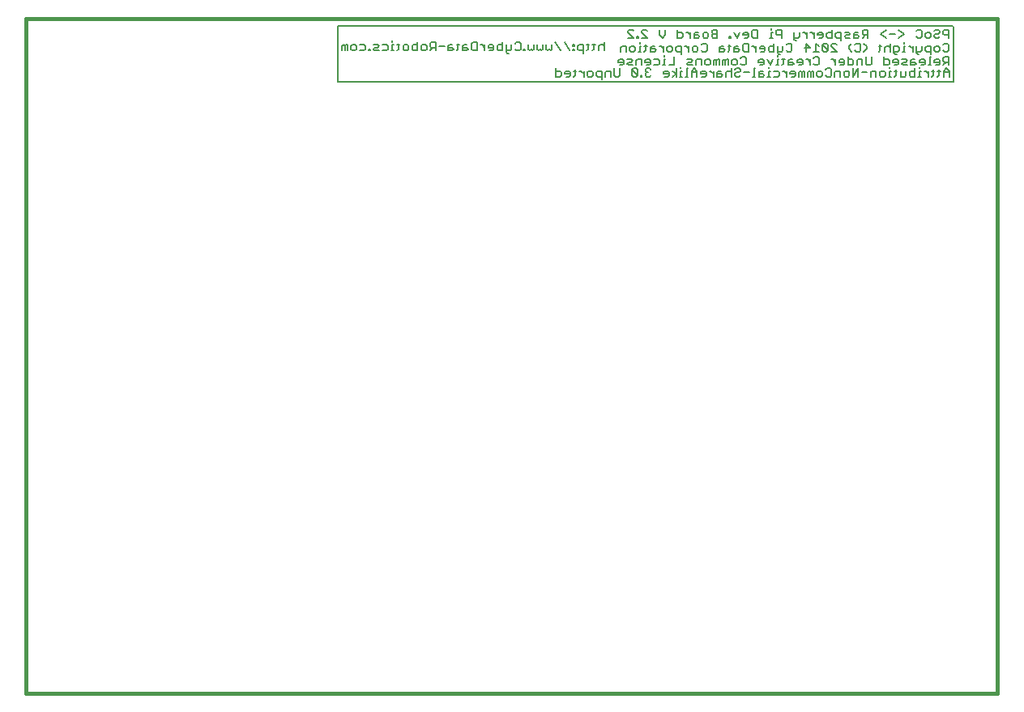
<source format=gbo>
G75*
%MOIN*%
%OFA0B0*%
%FSLAX24Y24*%
%IPPOS*%
%LPD*%
%AMOC8*
5,1,8,0,0,1.08239X$1,22.5*
%
%ADD10C,0.0160*%
%ADD11C,0.0060*%
%ADD12C,0.0080*%
D10*
X000180Y000474D02*
X000180Y028229D01*
X040141Y028229D01*
X040141Y000474D01*
X000180Y000474D01*
D11*
X023851Y025730D02*
X023851Y026071D01*
X023681Y026071D01*
X023625Y026014D01*
X023625Y025901D01*
X023681Y025844D01*
X023851Y025844D01*
X023993Y025844D02*
X023993Y026014D01*
X024050Y026071D01*
X024220Y026071D01*
X024220Y025844D01*
X024361Y025901D02*
X024361Y026184D01*
X024588Y026184D02*
X024588Y025901D01*
X024531Y025844D01*
X024418Y025844D01*
X024361Y025901D01*
X024588Y026319D02*
X024701Y026319D01*
X024758Y026376D01*
X024758Y026489D01*
X024701Y026546D01*
X024588Y026546D01*
X024531Y026489D01*
X024531Y026432D01*
X024758Y026432D01*
X024899Y026376D02*
X024956Y026432D01*
X025069Y026432D01*
X025126Y026489D01*
X025069Y026546D01*
X024899Y026546D01*
X024899Y026376D02*
X024956Y026319D01*
X025126Y026319D01*
X025155Y026184D02*
X025098Y026127D01*
X025325Y025901D01*
X025268Y025844D01*
X025155Y025844D01*
X025098Y025901D01*
X025098Y026127D01*
X025155Y026184D02*
X025268Y026184D01*
X025325Y026127D01*
X025325Y025901D01*
X025452Y025901D02*
X025452Y025844D01*
X025509Y025844D01*
X025509Y025901D01*
X025452Y025901D01*
X025650Y025901D02*
X025707Y025844D01*
X025820Y025844D01*
X025877Y025901D01*
X025764Y026014D02*
X025707Y026014D01*
X025650Y025957D01*
X025650Y025901D01*
X025707Y026014D02*
X025650Y026071D01*
X025650Y026127D01*
X025707Y026184D01*
X025820Y026184D01*
X025877Y026127D01*
X025806Y026319D02*
X025863Y026376D01*
X025863Y026489D01*
X025806Y026546D01*
X025693Y026546D01*
X025636Y026489D01*
X025636Y026432D01*
X025863Y026432D01*
X025806Y026319D02*
X025693Y026319D01*
X025495Y026319D02*
X025495Y026546D01*
X025324Y026546D01*
X025268Y026489D01*
X025268Y026319D01*
X025178Y026871D02*
X025064Y026871D01*
X025008Y026928D01*
X025008Y027042D01*
X025064Y027098D01*
X025178Y027098D01*
X025235Y027042D01*
X025235Y026928D01*
X025178Y026871D01*
X025367Y026871D02*
X025480Y026871D01*
X025423Y026871D02*
X025423Y027098D01*
X025480Y027098D01*
X025423Y027212D02*
X025423Y027268D01*
X025357Y027436D02*
X025301Y027436D01*
X025301Y027493D01*
X025357Y027493D01*
X025357Y027436D01*
X025499Y027436D02*
X025726Y027436D01*
X025499Y027663D01*
X025499Y027719D01*
X025556Y027776D01*
X025669Y027776D01*
X025726Y027719D01*
X026235Y027776D02*
X026235Y027549D01*
X026349Y027436D01*
X026462Y027549D01*
X026462Y027776D01*
X026972Y027776D02*
X026972Y027436D01*
X027142Y027436D01*
X027199Y027493D01*
X027199Y027606D01*
X027142Y027663D01*
X026972Y027663D01*
X027336Y027663D02*
X027392Y027663D01*
X027506Y027549D01*
X027506Y027436D02*
X027506Y027663D01*
X027647Y027606D02*
X027647Y027436D01*
X027817Y027436D01*
X027874Y027493D01*
X027817Y027549D01*
X027647Y027549D01*
X027647Y027606D02*
X027704Y027663D01*
X027817Y027663D01*
X028016Y027606D02*
X028072Y027663D01*
X028186Y027663D01*
X028242Y027606D01*
X028242Y027493D01*
X028186Y027436D01*
X028072Y027436D01*
X028016Y027493D01*
X028016Y027606D01*
X028384Y027663D02*
X028441Y027606D01*
X028611Y027606D01*
X028611Y027436D02*
X028611Y027776D01*
X028441Y027776D01*
X028384Y027719D01*
X028384Y027663D01*
X028441Y027606D02*
X028384Y027549D01*
X028384Y027493D01*
X028441Y027436D01*
X028611Y027436D01*
X028748Y027098D02*
X028691Y027042D01*
X028691Y026871D01*
X028861Y026871D01*
X028918Y026928D01*
X028861Y026985D01*
X028691Y026985D01*
X028748Y027098D02*
X028861Y027098D01*
X029050Y027098D02*
X029163Y027098D01*
X029107Y027155D02*
X029107Y026928D01*
X029050Y026871D01*
X029305Y026871D02*
X029305Y027042D01*
X029361Y027098D01*
X029475Y027098D01*
X029475Y026985D02*
X029305Y026985D01*
X029305Y026871D02*
X029475Y026871D01*
X029532Y026928D01*
X029475Y026985D01*
X029673Y026928D02*
X029673Y027155D01*
X029730Y027212D01*
X029900Y027212D01*
X029900Y026871D01*
X029730Y026871D01*
X029673Y026928D01*
X029621Y026659D02*
X029735Y026659D01*
X029792Y026602D01*
X029792Y026376D01*
X029735Y026319D01*
X029621Y026319D01*
X029565Y026376D01*
X029423Y026376D02*
X029423Y026489D01*
X029366Y026546D01*
X029253Y026546D01*
X029196Y026489D01*
X029196Y026376D01*
X029253Y026319D01*
X029366Y026319D01*
X029423Y026376D01*
X029390Y026184D02*
X029504Y026184D01*
X029560Y026127D01*
X029560Y026071D01*
X029504Y026014D01*
X029390Y026014D01*
X029333Y025957D01*
X029333Y025901D01*
X029390Y025844D01*
X029504Y025844D01*
X029560Y025901D01*
X029702Y026014D02*
X029929Y026014D01*
X030061Y025844D02*
X030174Y025844D01*
X030117Y025844D02*
X030117Y026184D01*
X030174Y026184D01*
X030316Y026014D02*
X030316Y025844D01*
X030486Y025844D01*
X030543Y025901D01*
X030486Y025957D01*
X030316Y025957D01*
X030316Y026014D02*
X030372Y026071D01*
X030486Y026071D01*
X030731Y026071D02*
X030731Y025844D01*
X030675Y025844D02*
X030788Y025844D01*
X030929Y025844D02*
X031100Y025844D01*
X031156Y025901D01*
X031156Y026014D01*
X031100Y026071D01*
X030929Y026071D01*
X030788Y026071D02*
X030731Y026071D01*
X030731Y026184D02*
X030731Y026241D01*
X030783Y026319D02*
X030670Y026546D01*
X030528Y026489D02*
X030471Y026546D01*
X030358Y026546D01*
X030301Y026489D01*
X030301Y026432D01*
X030528Y026432D01*
X030528Y026376D02*
X030528Y026489D01*
X030528Y026376D02*
X030471Y026319D01*
X030358Y026319D01*
X029621Y026659D02*
X029565Y026602D01*
X029390Y026184D02*
X029333Y026127D01*
X029192Y026184D02*
X029192Y025844D01*
X029192Y026014D02*
X029135Y026071D01*
X029022Y026071D01*
X028965Y026014D01*
X028965Y025844D01*
X028824Y025901D02*
X028767Y025957D01*
X028597Y025957D01*
X028597Y026014D02*
X028597Y025844D01*
X028767Y025844D01*
X028824Y025901D01*
X028767Y026071D02*
X028654Y026071D01*
X028597Y026014D01*
X028455Y025957D02*
X028342Y026071D01*
X028285Y026071D01*
X028148Y026014D02*
X028092Y026071D01*
X027978Y026071D01*
X027922Y026014D01*
X027922Y025957D01*
X028148Y025957D01*
X028148Y025901D02*
X028148Y026014D01*
X028148Y025901D02*
X028092Y025844D01*
X027978Y025844D01*
X027780Y025844D02*
X027780Y026071D01*
X027667Y026184D01*
X027553Y026071D01*
X027553Y025844D01*
X027412Y025844D02*
X027298Y025844D01*
X027355Y025844D02*
X027355Y026184D01*
X027412Y026184D01*
X027411Y026319D02*
X027355Y026376D01*
X027411Y026432D01*
X027525Y026432D01*
X027582Y026489D01*
X027525Y026546D01*
X027355Y026546D01*
X027411Y026319D02*
X027582Y026319D01*
X027723Y026319D02*
X027723Y026489D01*
X027780Y026546D01*
X027950Y026546D01*
X027950Y026319D01*
X028091Y026376D02*
X028091Y026489D01*
X028148Y026546D01*
X028262Y026546D01*
X028318Y026489D01*
X028318Y026376D01*
X028262Y026319D01*
X028148Y026319D01*
X028091Y026376D01*
X028460Y026319D02*
X028460Y026489D01*
X028516Y026546D01*
X028573Y026489D01*
X028573Y026319D01*
X028687Y026319D02*
X028687Y026546D01*
X028630Y026546D01*
X028573Y026489D01*
X028828Y026489D02*
X028828Y026319D01*
X028941Y026319D02*
X028941Y026489D01*
X028885Y026546D01*
X028828Y026489D01*
X028941Y026489D02*
X028998Y026546D01*
X029055Y026546D01*
X029055Y026319D01*
X028455Y026071D02*
X028455Y025844D01*
X027780Y026014D02*
X027553Y026014D01*
X027166Y026071D02*
X027110Y026071D01*
X027110Y025844D01*
X027166Y025844D02*
X027053Y025844D01*
X026921Y025844D02*
X026921Y026184D01*
X026845Y026319D02*
X026618Y026319D01*
X026477Y026319D02*
X026363Y026319D01*
X026420Y026319D02*
X026420Y026546D01*
X026477Y026546D01*
X026420Y026659D02*
X026420Y026716D01*
X026401Y026871D02*
X026401Y027098D01*
X026401Y026985D02*
X026287Y027098D01*
X026231Y027098D01*
X026037Y027098D02*
X025924Y027098D01*
X025867Y027042D01*
X025867Y026871D01*
X026037Y026871D01*
X026094Y026928D01*
X026037Y026985D01*
X025867Y026985D01*
X025726Y027098D02*
X025612Y027098D01*
X025669Y027155D02*
X025669Y026928D01*
X025612Y026871D01*
X026004Y026546D02*
X026174Y026546D01*
X026231Y026489D01*
X026231Y026376D01*
X026174Y026319D01*
X026004Y026319D01*
X026387Y026014D02*
X026387Y025957D01*
X026614Y025957D01*
X026614Y025901D02*
X026614Y026014D01*
X026557Y026071D01*
X026444Y026071D01*
X026387Y026014D01*
X026444Y025844D02*
X026557Y025844D01*
X026614Y025901D01*
X026751Y025844D02*
X026921Y025957D01*
X026751Y026071D01*
X026845Y026319D02*
X026845Y026659D01*
X026967Y026871D02*
X027138Y026871D01*
X027138Y026758D02*
X027138Y027098D01*
X026967Y027098D01*
X026911Y027042D01*
X026911Y026928D01*
X026967Y026871D01*
X026769Y026928D02*
X026713Y026871D01*
X026599Y026871D01*
X026542Y026928D01*
X026542Y027042D01*
X026599Y027098D01*
X026713Y027098D01*
X026769Y027042D01*
X026769Y026928D01*
X027274Y027098D02*
X027331Y027098D01*
X027444Y026985D01*
X027444Y027098D02*
X027444Y026871D01*
X027586Y026928D02*
X027586Y027042D01*
X027643Y027098D01*
X027756Y027098D01*
X027813Y027042D01*
X027813Y026928D01*
X027756Y026871D01*
X027643Y026871D01*
X027586Y026928D01*
X027954Y026928D02*
X028011Y026871D01*
X028124Y026871D01*
X028181Y026928D01*
X028181Y027155D01*
X028124Y027212D01*
X028011Y027212D01*
X027954Y027155D01*
X029107Y027436D02*
X029163Y027436D01*
X029163Y027493D01*
X029107Y027493D01*
X029107Y027436D01*
X029305Y027663D02*
X029418Y027436D01*
X029532Y027663D01*
X029673Y027606D02*
X029673Y027549D01*
X029900Y027549D01*
X029900Y027493D02*
X029900Y027606D01*
X029843Y027663D01*
X029730Y027663D01*
X029673Y027606D01*
X029730Y027436D02*
X029843Y027436D01*
X029900Y027493D01*
X030041Y027493D02*
X030041Y027719D01*
X030098Y027776D01*
X030268Y027776D01*
X030268Y027436D01*
X030098Y027436D01*
X030041Y027493D01*
X030037Y027098D02*
X030093Y027098D01*
X030207Y026985D01*
X030207Y027098D02*
X030207Y026871D01*
X030348Y026985D02*
X030575Y026985D01*
X030575Y026928D02*
X030575Y027042D01*
X030518Y027098D01*
X030405Y027098D01*
X030348Y027042D01*
X030348Y026985D01*
X030405Y026871D02*
X030518Y026871D01*
X030575Y026928D01*
X030717Y026928D02*
X030717Y027042D01*
X030773Y027098D01*
X030943Y027098D01*
X030943Y027212D02*
X030943Y026871D01*
X030773Y026871D01*
X030717Y026928D01*
X031085Y026871D02*
X031255Y026871D01*
X031312Y026928D01*
X031312Y027098D01*
X031453Y027155D02*
X031510Y027212D01*
X031623Y027212D01*
X031680Y027155D01*
X031680Y026928D01*
X031623Y026871D01*
X031510Y026871D01*
X031453Y026928D01*
X031198Y026758D02*
X031142Y026758D01*
X031085Y026815D01*
X031085Y027098D01*
X031250Y027436D02*
X031250Y027776D01*
X031080Y027776D01*
X031024Y027719D01*
X031024Y027606D01*
X031080Y027549D01*
X031250Y027549D01*
X030882Y027436D02*
X030769Y027436D01*
X030825Y027436D02*
X030825Y027663D01*
X030882Y027663D01*
X030825Y027776D02*
X030825Y027833D01*
X031760Y027663D02*
X031760Y027379D01*
X031817Y027322D01*
X031874Y027322D01*
X031930Y027436D02*
X031760Y027436D01*
X031930Y027436D02*
X031987Y027493D01*
X031987Y027663D01*
X032124Y027663D02*
X032181Y027663D01*
X032294Y027549D01*
X032294Y027436D02*
X032294Y027663D01*
X032431Y027663D02*
X032487Y027663D01*
X032601Y027549D01*
X032601Y027436D02*
X032601Y027663D01*
X032742Y027606D02*
X032799Y027663D01*
X032912Y027663D01*
X032969Y027606D01*
X032969Y027493D01*
X032912Y027436D01*
X032799Y027436D01*
X032742Y027549D02*
X032969Y027549D01*
X033111Y027493D02*
X033111Y027606D01*
X033167Y027663D01*
X033338Y027663D01*
X033338Y027776D02*
X033338Y027436D01*
X033167Y027436D01*
X033111Y027493D01*
X033097Y027212D02*
X032983Y027212D01*
X032926Y027155D01*
X033153Y026928D01*
X033097Y026871D01*
X032983Y026871D01*
X032926Y026928D01*
X032926Y027155D01*
X032785Y027098D02*
X032672Y027212D01*
X032672Y026871D01*
X032785Y026871D02*
X032558Y026871D01*
X032417Y027042D02*
X032190Y027042D01*
X032247Y027212D02*
X032417Y027042D01*
X032247Y027212D02*
X032247Y026871D01*
X032261Y026546D02*
X032318Y026546D01*
X032431Y026432D01*
X032431Y026319D02*
X032431Y026546D01*
X032573Y026602D02*
X032629Y026659D01*
X032743Y026659D01*
X032799Y026602D01*
X032799Y026376D01*
X032743Y026319D01*
X032629Y026319D01*
X032573Y026376D01*
X032568Y026071D02*
X032512Y026071D01*
X032455Y026014D01*
X032398Y026071D01*
X032341Y026014D01*
X032341Y025844D01*
X032455Y025844D02*
X032455Y026014D01*
X032568Y026071D02*
X032568Y025844D01*
X032710Y025901D02*
X032710Y026014D01*
X032766Y026071D01*
X032880Y026071D01*
X032937Y026014D01*
X032937Y025901D01*
X032880Y025844D01*
X032766Y025844D01*
X032710Y025901D01*
X033078Y025901D02*
X033135Y025844D01*
X033248Y025844D01*
X033305Y025901D01*
X033305Y026127D01*
X033248Y026184D01*
X033135Y026184D01*
X033078Y026127D01*
X033446Y026014D02*
X033446Y025844D01*
X033446Y026014D02*
X033503Y026071D01*
X033673Y026071D01*
X033673Y025844D01*
X033815Y025901D02*
X033815Y026014D01*
X033871Y026071D01*
X033985Y026071D01*
X034041Y026014D01*
X034041Y025901D01*
X033985Y025844D01*
X033871Y025844D01*
X033815Y025901D01*
X034183Y025844D02*
X034183Y026184D01*
X034155Y026319D02*
X034211Y026376D01*
X034211Y026489D01*
X034155Y026546D01*
X033984Y026546D01*
X033984Y026659D02*
X033984Y026319D01*
X034155Y026319D01*
X034353Y026319D02*
X034353Y026489D01*
X034409Y026546D01*
X034580Y026546D01*
X034580Y026319D01*
X034721Y026376D02*
X034721Y026659D01*
X034948Y026659D02*
X034948Y026376D01*
X034891Y026319D01*
X034778Y026319D01*
X034721Y026376D01*
X034410Y026184D02*
X034183Y025844D01*
X034410Y025844D02*
X034410Y026184D01*
X034551Y026014D02*
X034778Y026014D01*
X034920Y026014D02*
X034920Y025844D01*
X034920Y026014D02*
X034976Y026071D01*
X035146Y026071D01*
X035146Y025844D01*
X035288Y025901D02*
X035288Y026014D01*
X035345Y026071D01*
X035458Y026071D01*
X035515Y026014D01*
X035515Y025901D01*
X035458Y025844D01*
X035345Y025844D01*
X035288Y025901D01*
X035647Y025844D02*
X035760Y025844D01*
X035704Y025844D02*
X035704Y026071D01*
X035760Y026071D01*
X035704Y026184D02*
X035704Y026241D01*
X035628Y026319D02*
X035685Y026376D01*
X035685Y026489D01*
X035628Y026546D01*
X035458Y026546D01*
X035458Y026659D02*
X035458Y026319D01*
X035628Y026319D01*
X035826Y026432D02*
X036053Y026432D01*
X036053Y026376D02*
X036053Y026489D01*
X035996Y026546D01*
X035883Y026546D01*
X035826Y026489D01*
X035826Y026432D01*
X035883Y026319D02*
X035996Y026319D01*
X036053Y026376D01*
X036194Y026376D02*
X036251Y026432D01*
X036364Y026432D01*
X036421Y026489D01*
X036364Y026546D01*
X036194Y026546D01*
X036194Y026376D02*
X036251Y026319D01*
X036421Y026319D01*
X036563Y026319D02*
X036563Y026489D01*
X036619Y026546D01*
X036733Y026546D01*
X036733Y026432D02*
X036563Y026432D01*
X036563Y026319D02*
X036733Y026319D01*
X036789Y026376D01*
X036733Y026432D01*
X036931Y026432D02*
X037158Y026432D01*
X037158Y026376D02*
X037158Y026489D01*
X037101Y026546D01*
X036988Y026546D01*
X036931Y026489D01*
X036931Y026432D01*
X036988Y026319D02*
X037101Y026319D01*
X037158Y026376D01*
X037290Y026319D02*
X037403Y026319D01*
X037347Y026319D02*
X037347Y026659D01*
X037403Y026659D01*
X037389Y026758D02*
X037389Y027098D01*
X037219Y027098D01*
X037162Y027042D01*
X037162Y026928D01*
X037219Y026871D01*
X037389Y026871D01*
X037530Y026928D02*
X037530Y027042D01*
X037587Y027098D01*
X037701Y027098D01*
X037757Y027042D01*
X037757Y026928D01*
X037701Y026871D01*
X037587Y026871D01*
X037530Y026928D01*
X037899Y026928D02*
X037955Y026871D01*
X038069Y026871D01*
X038126Y026928D01*
X038126Y027155D01*
X038069Y027212D01*
X037955Y027212D01*
X037899Y027155D01*
X037701Y027436D02*
X037587Y027436D01*
X037530Y027493D01*
X037530Y027549D01*
X037587Y027606D01*
X037701Y027606D01*
X037757Y027663D01*
X037757Y027719D01*
X037701Y027776D01*
X037587Y027776D01*
X037530Y027719D01*
X037389Y027606D02*
X037332Y027663D01*
X037219Y027663D01*
X037162Y027606D01*
X037162Y027493D01*
X037219Y027436D01*
X037332Y027436D01*
X037389Y027493D01*
X037389Y027606D01*
X037701Y027436D02*
X037757Y027493D01*
X037899Y027606D02*
X037955Y027549D01*
X038126Y027549D01*
X038126Y027436D02*
X038126Y027776D01*
X037955Y027776D01*
X037899Y027719D01*
X037899Y027606D01*
X037021Y027719D02*
X037021Y027493D01*
X036964Y027436D01*
X036851Y027436D01*
X036794Y027493D01*
X036794Y027719D02*
X036851Y027776D01*
X036964Y027776D01*
X037021Y027719D01*
X037021Y027098D02*
X037021Y026928D01*
X036964Y026871D01*
X036794Y026871D01*
X036794Y026815D02*
X036851Y026758D01*
X036907Y026758D01*
X036794Y026815D02*
X036794Y027098D01*
X036652Y027098D02*
X036652Y026871D01*
X036652Y026985D02*
X036539Y027098D01*
X036482Y027098D01*
X036345Y027098D02*
X036289Y027098D01*
X036289Y026871D01*
X036345Y026871D02*
X036232Y026871D01*
X036100Y026928D02*
X036043Y026871D01*
X035873Y026871D01*
X035873Y026815D02*
X035873Y027098D01*
X036043Y027098D01*
X036100Y027042D01*
X036100Y026928D01*
X035986Y026758D02*
X035930Y026758D01*
X035873Y026815D01*
X035732Y026871D02*
X035732Y027212D01*
X035675Y027098D02*
X035561Y027098D01*
X035505Y027042D01*
X035505Y026871D01*
X035307Y026928D02*
X035250Y026871D01*
X035307Y026928D02*
X035307Y027155D01*
X035363Y027098D02*
X035250Y027098D01*
X035675Y027098D02*
X035732Y027042D01*
X035547Y027436D02*
X035321Y027606D01*
X035547Y027776D01*
X035689Y027606D02*
X035916Y027606D01*
X036057Y027776D02*
X036284Y027606D01*
X036057Y027436D01*
X036289Y027268D02*
X036289Y027212D01*
X036742Y026184D02*
X036742Y025844D01*
X036572Y025844D01*
X036516Y025901D01*
X036516Y026014D01*
X036572Y026071D01*
X036742Y026071D01*
X036931Y026071D02*
X036931Y025844D01*
X036875Y025844D02*
X036988Y025844D01*
X036988Y026071D02*
X036931Y026071D01*
X036931Y026184D02*
X036931Y026241D01*
X037125Y026071D02*
X037182Y026071D01*
X037295Y025957D01*
X037295Y025844D02*
X037295Y026071D01*
X037427Y026071D02*
X037540Y026071D01*
X037484Y026127D02*
X037484Y025901D01*
X037427Y025844D01*
X037673Y025844D02*
X037729Y025901D01*
X037729Y026127D01*
X037786Y026071D02*
X037673Y026071D01*
X037715Y026319D02*
X037602Y026319D01*
X037715Y026319D02*
X037772Y026376D01*
X037772Y026489D01*
X037715Y026546D01*
X037602Y026546D01*
X037545Y026489D01*
X037545Y026432D01*
X037772Y026432D01*
X037913Y026489D02*
X037970Y026432D01*
X038140Y026432D01*
X038140Y026319D02*
X038140Y026659D01*
X037970Y026659D01*
X037913Y026602D01*
X037913Y026489D01*
X038027Y026432D02*
X037913Y026319D01*
X038041Y026184D02*
X037927Y026071D01*
X037927Y025844D01*
X037927Y026014D02*
X038154Y026014D01*
X038154Y026071D02*
X038041Y026184D01*
X038154Y026071D02*
X038154Y025844D01*
X036374Y025901D02*
X036317Y025844D01*
X036147Y025844D01*
X036147Y026071D01*
X036006Y026071D02*
X035892Y026071D01*
X035949Y026127D02*
X035949Y025901D01*
X035892Y025844D01*
X036374Y025901D02*
X036374Y026071D01*
X034749Y026985D02*
X034749Y027098D01*
X034636Y027212D01*
X034504Y027155D02*
X034504Y026928D01*
X034447Y026871D01*
X034334Y026871D01*
X034277Y026928D01*
X034136Y026871D02*
X034022Y026985D01*
X034022Y027098D01*
X034136Y027212D01*
X034277Y027155D02*
X034334Y027212D01*
X034447Y027212D01*
X034504Y027155D01*
X034584Y027436D02*
X034697Y027549D01*
X034641Y027549D02*
X034811Y027549D01*
X034811Y027436D02*
X034811Y027776D01*
X034641Y027776D01*
X034584Y027719D01*
X034584Y027606D01*
X034641Y027549D01*
X034442Y027493D02*
X034386Y027549D01*
X034216Y027549D01*
X034216Y027606D02*
X034216Y027436D01*
X034386Y027436D01*
X034442Y027493D01*
X034386Y027663D02*
X034272Y027663D01*
X034216Y027606D01*
X034074Y027606D02*
X034017Y027663D01*
X033847Y027663D01*
X033904Y027549D02*
X034017Y027549D01*
X034074Y027606D01*
X034074Y027436D02*
X033904Y027436D01*
X033847Y027493D01*
X033904Y027549D01*
X033706Y027436D02*
X033536Y027436D01*
X033479Y027493D01*
X033479Y027606D01*
X033536Y027663D01*
X033706Y027663D01*
X033706Y027322D01*
X033522Y027155D02*
X033465Y027212D01*
X033352Y027212D01*
X033295Y027155D01*
X033295Y027098D01*
X033522Y026871D01*
X033295Y026871D01*
X033153Y026928D02*
X033153Y027155D01*
X033097Y027212D01*
X032742Y027549D02*
X032742Y027606D01*
X033304Y026546D02*
X033361Y026546D01*
X033475Y026432D01*
X033475Y026319D02*
X033475Y026546D01*
X033616Y026489D02*
X033616Y026432D01*
X033843Y026432D01*
X033843Y026376D02*
X033843Y026489D01*
X033786Y026546D01*
X033673Y026546D01*
X033616Y026489D01*
X033673Y026319D02*
X033786Y026319D01*
X033843Y026376D01*
X034636Y026871D02*
X034749Y026985D01*
X032124Y026489D02*
X032124Y026376D01*
X032067Y026319D01*
X031954Y026319D01*
X031897Y026432D02*
X032124Y026432D01*
X032124Y026489D02*
X032067Y026546D01*
X031954Y026546D01*
X031897Y026489D01*
X031897Y026432D01*
X031756Y026376D02*
X031699Y026432D01*
X031529Y026432D01*
X031529Y026489D02*
X031529Y026319D01*
X031699Y026319D01*
X031756Y026376D01*
X031699Y026546D02*
X031586Y026546D01*
X031529Y026489D01*
X031388Y026546D02*
X031274Y026546D01*
X031331Y026602D02*
X031331Y026376D01*
X031274Y026319D01*
X031142Y026319D02*
X031029Y026319D01*
X031085Y026319D02*
X031085Y026546D01*
X031142Y026546D01*
X031085Y026659D02*
X031085Y026716D01*
X030896Y026546D02*
X030783Y026319D01*
X031293Y026071D02*
X031350Y026071D01*
X031463Y025957D01*
X031463Y025844D02*
X031463Y026071D01*
X031605Y026014D02*
X031605Y025957D01*
X031832Y025957D01*
X031832Y025901D02*
X031832Y026014D01*
X031775Y026071D01*
X031661Y026071D01*
X031605Y026014D01*
X031661Y025844D02*
X031775Y025844D01*
X031832Y025901D01*
X031973Y025844D02*
X031973Y026014D01*
X032030Y026071D01*
X032086Y026014D01*
X032086Y025844D01*
X032200Y025844D02*
X032200Y026071D01*
X032143Y026071D01*
X032086Y026014D01*
X027110Y026184D02*
X027110Y026241D01*
X025173Y027436D02*
X024946Y027663D01*
X024946Y027719D01*
X025003Y027776D01*
X025116Y027776D01*
X025173Y027719D01*
X025173Y027436D02*
X024946Y027436D01*
X024866Y027098D02*
X024696Y027098D01*
X024639Y027042D01*
X024639Y026871D01*
X024866Y026871D02*
X024866Y027098D01*
X023952Y027093D02*
X023896Y027150D01*
X023782Y027150D01*
X023726Y027093D01*
X023726Y026923D01*
X023527Y026979D02*
X023471Y026923D01*
X023527Y026979D02*
X023527Y027206D01*
X023584Y027150D02*
X023471Y027150D01*
X023339Y027150D02*
X023225Y027150D01*
X023282Y027206D02*
X023282Y026979D01*
X023225Y026923D01*
X023093Y026923D02*
X022923Y026923D01*
X022866Y026979D01*
X022866Y027093D01*
X022923Y027150D01*
X023093Y027150D01*
X023093Y026809D01*
X022725Y026923D02*
X022725Y026979D01*
X022668Y026979D01*
X022668Y026923D01*
X022725Y026923D01*
X022725Y027093D02*
X022668Y027093D01*
X022668Y027150D01*
X022725Y027150D01*
X022725Y027093D01*
X022540Y026923D02*
X022314Y027263D01*
X022172Y026923D02*
X021945Y027263D01*
X021804Y027150D02*
X021804Y026979D01*
X021747Y026923D01*
X021690Y026979D01*
X021634Y026923D01*
X021577Y026979D01*
X021577Y027150D01*
X021436Y027150D02*
X021436Y026979D01*
X021379Y026923D01*
X021322Y026979D01*
X021265Y026923D01*
X021209Y026979D01*
X021209Y027150D01*
X021067Y027150D02*
X021067Y026979D01*
X021011Y026923D01*
X020954Y026979D01*
X020897Y026923D01*
X020840Y026979D01*
X020840Y027150D01*
X020699Y026979D02*
X020642Y026979D01*
X020642Y026923D01*
X020699Y026923D01*
X020699Y026979D01*
X020515Y026979D02*
X020515Y027206D01*
X020458Y027263D01*
X020345Y027263D01*
X020288Y027206D01*
X020146Y027150D02*
X020146Y026979D01*
X020090Y026923D01*
X019920Y026923D01*
X019920Y026866D02*
X019976Y026809D01*
X020033Y026809D01*
X019920Y026866D02*
X019920Y027150D01*
X019778Y027150D02*
X019608Y027150D01*
X019551Y027093D01*
X019551Y026979D01*
X019608Y026923D01*
X019778Y026923D01*
X019778Y027263D01*
X019410Y027093D02*
X019410Y026979D01*
X019353Y026923D01*
X019240Y026923D01*
X019183Y027036D02*
X019410Y027036D01*
X019410Y027093D02*
X019353Y027150D01*
X019240Y027150D01*
X019183Y027093D01*
X019183Y027036D01*
X019042Y027036D02*
X018928Y027150D01*
X018871Y027150D01*
X019042Y027150D02*
X019042Y026923D01*
X018735Y026923D02*
X018735Y027263D01*
X018564Y027263D01*
X018508Y027206D01*
X018508Y026979D01*
X018564Y026923D01*
X018735Y026923D01*
X018366Y026979D02*
X018310Y027036D01*
X018139Y027036D01*
X018139Y027093D02*
X018139Y026923D01*
X018310Y026923D01*
X018366Y026979D01*
X018310Y027150D02*
X018196Y027150D01*
X018139Y027093D01*
X017998Y027150D02*
X017885Y027150D01*
X017941Y027206D02*
X017941Y026979D01*
X017885Y026923D01*
X017752Y026979D02*
X017696Y027036D01*
X017526Y027036D01*
X017526Y027093D02*
X017526Y026923D01*
X017696Y026923D01*
X017752Y026979D01*
X017696Y027150D02*
X017582Y027150D01*
X017526Y027093D01*
X017384Y027093D02*
X017157Y027093D01*
X017016Y027036D02*
X016846Y027036D01*
X016789Y027093D01*
X016789Y027206D01*
X016846Y027263D01*
X017016Y027263D01*
X017016Y026923D01*
X016902Y027036D02*
X016789Y026923D01*
X016647Y026979D02*
X016591Y026923D01*
X016477Y026923D01*
X016421Y026979D01*
X016421Y027093D01*
X016477Y027150D01*
X016591Y027150D01*
X016647Y027093D01*
X016647Y026979D01*
X016279Y026923D02*
X016279Y027263D01*
X016279Y027150D02*
X016109Y027150D01*
X016052Y027093D01*
X016052Y026979D01*
X016109Y026923D01*
X016279Y026923D01*
X015911Y026979D02*
X015911Y027093D01*
X015854Y027150D01*
X015741Y027150D01*
X015684Y027093D01*
X015684Y026979D01*
X015741Y026923D01*
X015854Y026923D01*
X015911Y026979D01*
X015543Y027150D02*
X015429Y027150D01*
X015486Y027206D02*
X015486Y026979D01*
X015429Y026923D01*
X015297Y026923D02*
X015184Y026923D01*
X015240Y026923D02*
X015240Y027150D01*
X015297Y027150D01*
X015240Y027263D02*
X015240Y027320D01*
X015051Y027093D02*
X015051Y026979D01*
X014995Y026923D01*
X014825Y026923D01*
X014683Y026923D02*
X014513Y026923D01*
X014456Y026979D01*
X014513Y027036D01*
X014626Y027036D01*
X014683Y027093D01*
X014626Y027150D01*
X014456Y027150D01*
X014315Y026979D02*
X014258Y026979D01*
X014258Y026923D01*
X014315Y026923D01*
X014315Y026979D01*
X014131Y026979D02*
X014131Y027093D01*
X014074Y027150D01*
X013904Y027150D01*
X013762Y027093D02*
X013762Y026979D01*
X013706Y026923D01*
X013592Y026923D01*
X013535Y026979D01*
X013535Y027093D01*
X013592Y027150D01*
X013706Y027150D01*
X013762Y027093D01*
X013904Y026923D02*
X014074Y026923D01*
X014131Y026979D01*
X013394Y026923D02*
X013394Y027150D01*
X013337Y027150D01*
X013281Y027093D01*
X013224Y027150D01*
X013167Y027093D01*
X013167Y026923D01*
X013281Y026923D02*
X013281Y027093D01*
X014825Y027150D02*
X014995Y027150D01*
X015051Y027093D01*
X020288Y026979D02*
X020345Y026923D01*
X020458Y026923D01*
X020515Y026979D01*
X021967Y026184D02*
X021967Y025844D01*
X022137Y025844D01*
X022194Y025901D01*
X022194Y026014D01*
X022137Y026071D01*
X021967Y026071D01*
X022335Y026014D02*
X022335Y025957D01*
X022562Y025957D01*
X022562Y025901D02*
X022562Y026014D01*
X022506Y026071D01*
X022392Y026071D01*
X022335Y026014D01*
X022392Y025844D02*
X022506Y025844D01*
X022562Y025901D01*
X022694Y025844D02*
X022751Y025901D01*
X022751Y026127D01*
X022808Y026071D02*
X022694Y026071D01*
X022945Y026071D02*
X023001Y026071D01*
X023115Y025957D01*
X023115Y025844D02*
X023115Y026071D01*
X023256Y026014D02*
X023313Y026071D01*
X023426Y026071D01*
X023483Y026014D01*
X023483Y025901D01*
X023426Y025844D01*
X023313Y025844D01*
X023256Y025901D01*
X023256Y026014D01*
X023952Y026923D02*
X023952Y027263D01*
D12*
X013005Y027941D02*
X013005Y025628D01*
X038331Y025628D01*
X038331Y027902D01*
X038306Y027941D02*
X013005Y027941D01*
M02*

</source>
